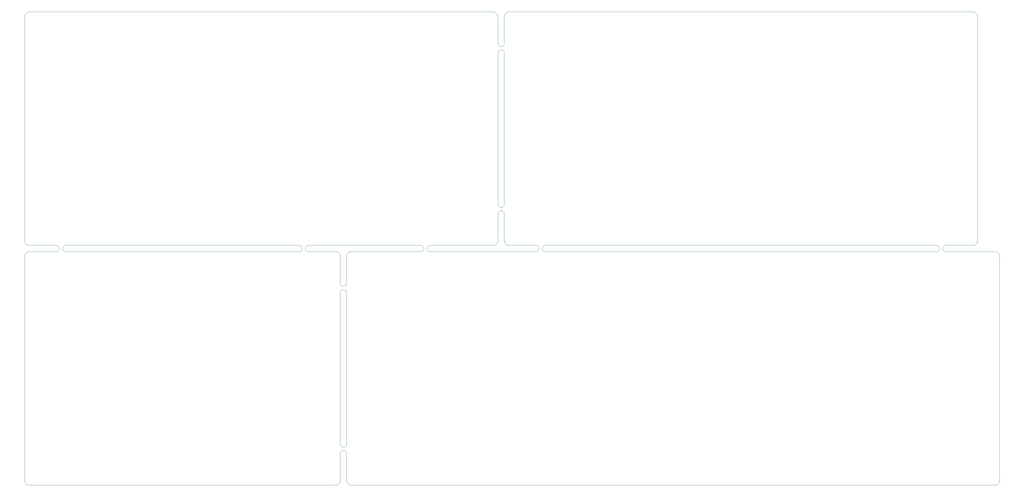
<source format=gbr>
G75*
G70*
%OFA0B0*%
%FSLAX24Y24*%
%IPPOS*%
%LPD*%
%AMOC8*
5,1,8,0,0,1.08239X$1,22.5*
%
%ADD10C,0.0039*%
D10*
X000890Y001937D02*
X039079Y001937D01*
X039125Y001939D01*
X039171Y001944D01*
X039217Y001953D01*
X039262Y001966D01*
X039305Y001982D01*
X039347Y002001D01*
X039388Y002024D01*
X039426Y002050D01*
X039463Y002079D01*
X039497Y002110D01*
X039528Y002144D01*
X039557Y002181D01*
X039583Y002219D01*
X039606Y002260D01*
X039625Y002302D01*
X039641Y002345D01*
X039654Y002390D01*
X039663Y002436D01*
X039668Y002482D01*
X039670Y002528D01*
X039670Y005874D01*
X040063Y006268D02*
X040102Y006266D01*
X040140Y006260D01*
X040177Y006251D01*
X040214Y006238D01*
X040249Y006221D01*
X040282Y006202D01*
X040313Y006179D01*
X040342Y006153D01*
X040368Y006124D01*
X040391Y006093D01*
X040410Y006060D01*
X040427Y006025D01*
X040440Y005988D01*
X040449Y005951D01*
X040455Y005913D01*
X040457Y005874D01*
X040457Y002528D01*
X040459Y002482D01*
X040464Y002436D01*
X040473Y002390D01*
X040486Y002345D01*
X040502Y002302D01*
X040521Y002260D01*
X040544Y002219D01*
X040570Y002181D01*
X040599Y002144D01*
X040630Y002110D01*
X040664Y002079D01*
X040701Y002050D01*
X040739Y002024D01*
X040780Y002001D01*
X040822Y001982D01*
X040865Y001966D01*
X040910Y001953D01*
X040956Y001944D01*
X041002Y001939D01*
X041048Y001937D01*
X121363Y001937D01*
X121409Y001939D01*
X121455Y001944D01*
X121501Y001953D01*
X121546Y001966D01*
X121589Y001982D01*
X121631Y002001D01*
X121672Y002024D01*
X121710Y002050D01*
X121747Y002079D01*
X121781Y002110D01*
X121812Y002144D01*
X121841Y002181D01*
X121867Y002219D01*
X121890Y002260D01*
X121909Y002302D01*
X121925Y002345D01*
X121938Y002390D01*
X121947Y002436D01*
X121952Y002482D01*
X121954Y002528D01*
X121953Y002528D02*
X121953Y030481D01*
X121954Y030481D02*
X121952Y030527D01*
X121947Y030573D01*
X121938Y030619D01*
X121925Y030664D01*
X121909Y030707D01*
X121890Y030749D01*
X121867Y030790D01*
X121841Y030828D01*
X121812Y030865D01*
X121781Y030899D01*
X121747Y030930D01*
X121710Y030959D01*
X121672Y030985D01*
X121631Y031008D01*
X121589Y031027D01*
X121546Y031043D01*
X121501Y031056D01*
X121455Y031065D01*
X121409Y031070D01*
X121363Y031072D01*
X121363Y031071D02*
X115260Y031071D01*
X114866Y031465D02*
X114868Y031504D01*
X114874Y031542D01*
X114883Y031579D01*
X114896Y031616D01*
X114913Y031651D01*
X114932Y031684D01*
X114955Y031715D01*
X114981Y031744D01*
X115010Y031770D01*
X115041Y031793D01*
X115074Y031812D01*
X115109Y031829D01*
X115146Y031842D01*
X115183Y031851D01*
X115221Y031857D01*
X115260Y031859D01*
X118607Y031859D01*
X118607Y031858D02*
X118653Y031860D01*
X118699Y031865D01*
X118745Y031874D01*
X118790Y031887D01*
X118833Y031903D01*
X118875Y031922D01*
X118916Y031945D01*
X118954Y031971D01*
X118991Y032000D01*
X119025Y032031D01*
X119056Y032065D01*
X119085Y032102D01*
X119111Y032140D01*
X119134Y032181D01*
X119153Y032223D01*
X119169Y032266D01*
X119182Y032311D01*
X119191Y032357D01*
X119196Y032403D01*
X119198Y032449D01*
X119197Y032449D02*
X119197Y060402D01*
X119198Y060402D02*
X119196Y060448D01*
X119191Y060494D01*
X119182Y060540D01*
X119169Y060585D01*
X119153Y060628D01*
X119134Y060670D01*
X119111Y060711D01*
X119085Y060749D01*
X119056Y060786D01*
X119025Y060820D01*
X118991Y060851D01*
X118954Y060880D01*
X118916Y060906D01*
X118875Y060929D01*
X118833Y060948D01*
X118790Y060964D01*
X118745Y060977D01*
X118699Y060986D01*
X118653Y060991D01*
X118607Y060993D01*
X118607Y060992D02*
X060733Y060992D01*
X060733Y060993D02*
X060687Y060991D01*
X060641Y060986D01*
X060595Y060977D01*
X060550Y060964D01*
X060507Y060948D01*
X060465Y060929D01*
X060424Y060906D01*
X060386Y060880D01*
X060349Y060851D01*
X060315Y060820D01*
X060284Y060786D01*
X060255Y060749D01*
X060229Y060711D01*
X060206Y060670D01*
X060187Y060628D01*
X060171Y060585D01*
X060158Y060540D01*
X060149Y060494D01*
X060144Y060448D01*
X060142Y060402D01*
X060142Y057055D01*
X059748Y056661D02*
X059709Y056663D01*
X059671Y056669D01*
X059634Y056678D01*
X059597Y056691D01*
X059562Y056708D01*
X059529Y056727D01*
X059498Y056750D01*
X059469Y056776D01*
X059443Y056805D01*
X059420Y056836D01*
X059401Y056869D01*
X059384Y056904D01*
X059371Y056941D01*
X059362Y056978D01*
X059356Y057016D01*
X059354Y057055D01*
X059355Y057055D02*
X059355Y060402D01*
X059353Y060448D01*
X059348Y060494D01*
X059339Y060540D01*
X059326Y060585D01*
X059310Y060628D01*
X059291Y060670D01*
X059268Y060711D01*
X059242Y060749D01*
X059213Y060786D01*
X059182Y060820D01*
X059148Y060851D01*
X059111Y060880D01*
X059073Y060906D01*
X059032Y060929D01*
X058990Y060948D01*
X058947Y060964D01*
X058902Y060977D01*
X058856Y060986D01*
X058810Y060991D01*
X058764Y060993D01*
X058764Y060992D02*
X000890Y060992D01*
X000890Y060993D02*
X000844Y060991D01*
X000798Y060986D01*
X000752Y060977D01*
X000707Y060964D01*
X000664Y060948D01*
X000622Y060929D01*
X000581Y060906D01*
X000543Y060880D01*
X000506Y060851D01*
X000472Y060820D01*
X000441Y060786D01*
X000412Y060749D01*
X000386Y060711D01*
X000363Y060670D01*
X000344Y060628D01*
X000328Y060585D01*
X000315Y060540D01*
X000306Y060494D01*
X000301Y060448D01*
X000299Y060402D01*
X000300Y060402D02*
X000300Y032449D01*
X000299Y032449D02*
X000301Y032403D01*
X000306Y032357D01*
X000315Y032311D01*
X000328Y032266D01*
X000344Y032223D01*
X000363Y032181D01*
X000386Y032140D01*
X000412Y032102D01*
X000441Y032065D01*
X000472Y032031D01*
X000506Y032000D01*
X000543Y031971D01*
X000581Y031945D01*
X000622Y031922D01*
X000664Y031903D01*
X000707Y031887D01*
X000752Y031874D01*
X000798Y031865D01*
X000844Y031860D01*
X000890Y031858D01*
X000890Y031859D02*
X004237Y031859D01*
X004631Y031465D02*
X004629Y031426D01*
X004623Y031388D01*
X004614Y031351D01*
X004601Y031314D01*
X004584Y031279D01*
X004565Y031246D01*
X004542Y031215D01*
X004516Y031186D01*
X004487Y031160D01*
X004456Y031137D01*
X004423Y031118D01*
X004388Y031101D01*
X004351Y031088D01*
X004314Y031079D01*
X004276Y031073D01*
X004237Y031071D01*
X000890Y031071D01*
X000890Y031072D02*
X000844Y031070D01*
X000798Y031065D01*
X000752Y031056D01*
X000707Y031043D01*
X000664Y031027D01*
X000622Y031008D01*
X000581Y030985D01*
X000543Y030959D01*
X000506Y030930D01*
X000472Y030899D01*
X000441Y030865D01*
X000412Y030828D01*
X000386Y030790D01*
X000363Y030749D01*
X000344Y030707D01*
X000328Y030664D01*
X000315Y030619D01*
X000306Y030573D01*
X000301Y030527D01*
X000299Y030481D01*
X000300Y030481D02*
X000300Y002528D01*
X000299Y002528D02*
X000301Y002482D01*
X000306Y002436D01*
X000315Y002390D01*
X000328Y002345D01*
X000344Y002302D01*
X000363Y002260D01*
X000386Y002219D01*
X000412Y002181D01*
X000441Y002144D01*
X000472Y002110D01*
X000506Y002079D01*
X000543Y002050D01*
X000581Y002024D01*
X000622Y002001D01*
X000664Y001982D01*
X000707Y001966D01*
X000752Y001953D01*
X000798Y001944D01*
X000844Y001939D01*
X000890Y001937D01*
X039670Y007055D02*
X039670Y025953D01*
X040063Y026347D02*
X040102Y026345D01*
X040140Y026339D01*
X040177Y026330D01*
X040214Y026317D01*
X040249Y026300D01*
X040282Y026281D01*
X040313Y026258D01*
X040342Y026232D01*
X040368Y026203D01*
X040391Y026172D01*
X040410Y026139D01*
X040427Y026104D01*
X040440Y026067D01*
X040449Y026030D01*
X040455Y025992D01*
X040457Y025953D01*
X040457Y007055D01*
X040063Y006661D02*
X040024Y006663D01*
X039986Y006669D01*
X039949Y006678D01*
X039912Y006691D01*
X039877Y006708D01*
X039844Y006727D01*
X039813Y006750D01*
X039784Y006776D01*
X039758Y006805D01*
X039735Y006836D01*
X039716Y006869D01*
X039699Y006904D01*
X039686Y006941D01*
X039677Y006978D01*
X039671Y007016D01*
X039669Y007055D01*
X040063Y006661D02*
X040102Y006663D01*
X040140Y006669D01*
X040177Y006678D01*
X040214Y006691D01*
X040249Y006708D01*
X040282Y006727D01*
X040313Y006750D01*
X040342Y006776D01*
X040368Y006805D01*
X040391Y006836D01*
X040410Y006869D01*
X040427Y006904D01*
X040440Y006941D01*
X040449Y006978D01*
X040455Y007016D01*
X040457Y007055D01*
X040063Y006268D02*
X040024Y006266D01*
X039986Y006260D01*
X039949Y006251D01*
X039912Y006238D01*
X039877Y006221D01*
X039844Y006202D01*
X039813Y006179D01*
X039784Y006153D01*
X039758Y006124D01*
X039735Y006093D01*
X039716Y006060D01*
X039699Y006025D01*
X039686Y005988D01*
X039677Y005951D01*
X039671Y005913D01*
X039669Y005874D01*
X039669Y025953D02*
X039671Y025992D01*
X039677Y026030D01*
X039686Y026067D01*
X039699Y026104D01*
X039716Y026139D01*
X039735Y026172D01*
X039758Y026203D01*
X039784Y026232D01*
X039813Y026258D01*
X039844Y026281D01*
X039877Y026300D01*
X039912Y026317D01*
X039949Y026330D01*
X039986Y026339D01*
X040024Y026345D01*
X040063Y026347D01*
X040063Y026740D02*
X040024Y026742D01*
X039986Y026748D01*
X039949Y026757D01*
X039912Y026770D01*
X039877Y026787D01*
X039844Y026806D01*
X039813Y026829D01*
X039784Y026855D01*
X039758Y026884D01*
X039735Y026915D01*
X039716Y026948D01*
X039699Y026983D01*
X039686Y027020D01*
X039677Y027057D01*
X039671Y027095D01*
X039669Y027134D01*
X039670Y027134D02*
X039670Y030481D01*
X039668Y030527D01*
X039663Y030573D01*
X039654Y030619D01*
X039641Y030664D01*
X039625Y030707D01*
X039606Y030749D01*
X039583Y030790D01*
X039557Y030828D01*
X039528Y030865D01*
X039497Y030899D01*
X039463Y030930D01*
X039426Y030959D01*
X039388Y030985D01*
X039347Y031008D01*
X039305Y031027D01*
X039262Y031043D01*
X039217Y031056D01*
X039171Y031065D01*
X039125Y031070D01*
X039079Y031072D01*
X039079Y031071D02*
X035733Y031071D01*
X035339Y031465D02*
X035341Y031504D01*
X035347Y031542D01*
X035356Y031579D01*
X035369Y031616D01*
X035386Y031651D01*
X035405Y031684D01*
X035428Y031715D01*
X035454Y031744D01*
X035483Y031770D01*
X035514Y031793D01*
X035547Y031812D01*
X035582Y031829D01*
X035619Y031842D01*
X035656Y031851D01*
X035694Y031857D01*
X035733Y031859D01*
X049709Y031859D01*
X050103Y031465D02*
X050101Y031426D01*
X050095Y031388D01*
X050086Y031351D01*
X050073Y031314D01*
X050056Y031279D01*
X050037Y031246D01*
X050014Y031215D01*
X049988Y031186D01*
X049959Y031160D01*
X049928Y031137D01*
X049895Y031118D01*
X049860Y031101D01*
X049823Y031088D01*
X049786Y031079D01*
X049748Y031073D01*
X049709Y031071D01*
X041048Y031071D01*
X041048Y031072D02*
X041002Y031070D01*
X040956Y031065D01*
X040910Y031056D01*
X040865Y031043D01*
X040822Y031027D01*
X040780Y031008D01*
X040739Y030985D01*
X040701Y030959D01*
X040664Y030930D01*
X040630Y030899D01*
X040599Y030865D01*
X040570Y030828D01*
X040544Y030790D01*
X040521Y030749D01*
X040502Y030707D01*
X040486Y030664D01*
X040473Y030619D01*
X040464Y030573D01*
X040459Y030527D01*
X040457Y030481D01*
X040457Y027134D01*
X040455Y027095D01*
X040449Y027057D01*
X040440Y027020D01*
X040427Y026983D01*
X040410Y026948D01*
X040391Y026915D01*
X040368Y026884D01*
X040342Y026855D01*
X040313Y026829D01*
X040282Y026806D01*
X040249Y026787D01*
X040214Y026770D01*
X040177Y026757D01*
X040140Y026748D01*
X040102Y026742D01*
X040063Y026740D01*
X034552Y031071D02*
X005418Y031071D01*
X005024Y031465D02*
X005026Y031504D01*
X005032Y031542D01*
X005041Y031579D01*
X005054Y031616D01*
X005071Y031651D01*
X005090Y031684D01*
X005113Y031715D01*
X005139Y031744D01*
X005168Y031770D01*
X005199Y031793D01*
X005232Y031812D01*
X005267Y031829D01*
X005304Y031842D01*
X005341Y031851D01*
X005379Y031857D01*
X005418Y031859D01*
X034552Y031859D01*
X034946Y031465D02*
X034944Y031426D01*
X034938Y031388D01*
X034929Y031351D01*
X034916Y031314D01*
X034899Y031279D01*
X034880Y031246D01*
X034857Y031215D01*
X034831Y031186D01*
X034802Y031160D01*
X034771Y031137D01*
X034738Y031118D01*
X034703Y031101D01*
X034666Y031088D01*
X034629Y031079D01*
X034591Y031073D01*
X034552Y031071D01*
X034946Y031465D02*
X034944Y031504D01*
X034938Y031542D01*
X034929Y031579D01*
X034916Y031616D01*
X034899Y031651D01*
X034880Y031684D01*
X034857Y031715D01*
X034831Y031744D01*
X034802Y031770D01*
X034771Y031793D01*
X034738Y031812D01*
X034703Y031829D01*
X034666Y031842D01*
X034629Y031851D01*
X034591Y031857D01*
X034552Y031859D01*
X035339Y031465D02*
X035341Y031426D01*
X035347Y031388D01*
X035356Y031351D01*
X035369Y031314D01*
X035386Y031279D01*
X035405Y031246D01*
X035428Y031215D01*
X035454Y031186D01*
X035483Y031160D01*
X035514Y031137D01*
X035547Y031118D01*
X035582Y031101D01*
X035619Y031088D01*
X035656Y031079D01*
X035694Y031073D01*
X035733Y031071D01*
X049709Y031859D02*
X049748Y031857D01*
X049786Y031851D01*
X049823Y031842D01*
X049860Y031829D01*
X049895Y031812D01*
X049928Y031793D01*
X049959Y031770D01*
X049988Y031744D01*
X050014Y031715D01*
X050037Y031684D01*
X050056Y031651D01*
X050073Y031616D01*
X050086Y031579D01*
X050095Y031542D01*
X050101Y031504D01*
X050103Y031465D01*
X050496Y031465D02*
X050498Y031504D01*
X050504Y031542D01*
X050513Y031579D01*
X050526Y031616D01*
X050543Y031651D01*
X050562Y031684D01*
X050585Y031715D01*
X050611Y031744D01*
X050640Y031770D01*
X050671Y031793D01*
X050704Y031812D01*
X050739Y031829D01*
X050776Y031842D01*
X050813Y031851D01*
X050851Y031857D01*
X050890Y031859D01*
X058764Y031859D01*
X058764Y031858D02*
X058810Y031860D01*
X058856Y031865D01*
X058902Y031874D01*
X058947Y031887D01*
X058990Y031903D01*
X059032Y031922D01*
X059073Y031945D01*
X059111Y031971D01*
X059148Y032000D01*
X059182Y032031D01*
X059213Y032065D01*
X059242Y032102D01*
X059268Y032140D01*
X059291Y032181D01*
X059310Y032223D01*
X059326Y032266D01*
X059339Y032311D01*
X059348Y032357D01*
X059353Y032403D01*
X059355Y032449D01*
X059355Y035796D01*
X059748Y036190D02*
X059787Y036188D01*
X059825Y036182D01*
X059862Y036173D01*
X059899Y036160D01*
X059934Y036143D01*
X059967Y036124D01*
X059998Y036101D01*
X060027Y036075D01*
X060053Y036046D01*
X060076Y036015D01*
X060095Y035982D01*
X060112Y035947D01*
X060125Y035910D01*
X060134Y035873D01*
X060140Y035835D01*
X060142Y035796D01*
X060142Y032449D01*
X060144Y032403D01*
X060149Y032357D01*
X060158Y032311D01*
X060171Y032266D01*
X060187Y032223D01*
X060206Y032181D01*
X060229Y032140D01*
X060255Y032102D01*
X060284Y032065D01*
X060315Y032031D01*
X060349Y032000D01*
X060386Y031971D01*
X060424Y031945D01*
X060465Y031922D01*
X060507Y031903D01*
X060550Y031887D01*
X060595Y031874D01*
X060641Y031865D01*
X060687Y031860D01*
X060733Y031858D01*
X060733Y031859D02*
X064079Y031859D01*
X064473Y031465D02*
X064471Y031426D01*
X064465Y031388D01*
X064456Y031351D01*
X064443Y031314D01*
X064426Y031279D01*
X064407Y031246D01*
X064384Y031215D01*
X064358Y031186D01*
X064329Y031160D01*
X064298Y031137D01*
X064265Y031118D01*
X064230Y031101D01*
X064193Y031088D01*
X064156Y031079D01*
X064118Y031073D01*
X064079Y031071D01*
X050890Y031071D01*
X050851Y031073D01*
X050813Y031079D01*
X050776Y031088D01*
X050739Y031101D01*
X050704Y031118D01*
X050671Y031137D01*
X050640Y031160D01*
X050611Y031186D01*
X050585Y031215D01*
X050562Y031246D01*
X050543Y031279D01*
X050526Y031314D01*
X050513Y031351D01*
X050504Y031388D01*
X050498Y031426D01*
X050496Y031465D01*
X059354Y035796D02*
X059356Y035835D01*
X059362Y035873D01*
X059371Y035910D01*
X059384Y035947D01*
X059401Y035982D01*
X059420Y036015D01*
X059443Y036046D01*
X059469Y036075D01*
X059498Y036101D01*
X059529Y036124D01*
X059562Y036143D01*
X059597Y036160D01*
X059634Y036173D01*
X059671Y036182D01*
X059709Y036188D01*
X059748Y036190D01*
X059748Y036583D02*
X059709Y036585D01*
X059671Y036591D01*
X059634Y036600D01*
X059597Y036613D01*
X059562Y036630D01*
X059529Y036649D01*
X059498Y036672D01*
X059469Y036698D01*
X059443Y036727D01*
X059420Y036758D01*
X059401Y036791D01*
X059384Y036826D01*
X059371Y036863D01*
X059362Y036900D01*
X059356Y036938D01*
X059354Y036977D01*
X059355Y036977D02*
X059355Y055874D01*
X059748Y056268D02*
X059787Y056266D01*
X059825Y056260D01*
X059862Y056251D01*
X059899Y056238D01*
X059934Y056221D01*
X059967Y056202D01*
X059998Y056179D01*
X060027Y056153D01*
X060053Y056124D01*
X060076Y056093D01*
X060095Y056060D01*
X060112Y056025D01*
X060125Y055988D01*
X060134Y055951D01*
X060140Y055913D01*
X060142Y055874D01*
X060142Y036977D01*
X060140Y036938D01*
X060134Y036900D01*
X060125Y036863D01*
X060112Y036826D01*
X060095Y036791D01*
X060076Y036758D01*
X060053Y036727D01*
X060027Y036698D01*
X059998Y036672D01*
X059967Y036649D01*
X059934Y036630D01*
X059899Y036613D01*
X059862Y036600D01*
X059825Y036591D01*
X059787Y036585D01*
X059748Y036583D01*
X064079Y031859D02*
X064118Y031857D01*
X064156Y031851D01*
X064193Y031842D01*
X064230Y031829D01*
X064265Y031812D01*
X064298Y031793D01*
X064329Y031770D01*
X064358Y031744D01*
X064384Y031715D01*
X064407Y031684D01*
X064426Y031651D01*
X064443Y031616D01*
X064456Y031579D01*
X064465Y031542D01*
X064471Y031504D01*
X064473Y031465D01*
X064866Y031465D02*
X064868Y031504D01*
X064874Y031542D01*
X064883Y031579D01*
X064896Y031616D01*
X064913Y031651D01*
X064932Y031684D01*
X064955Y031715D01*
X064981Y031744D01*
X065010Y031770D01*
X065041Y031793D01*
X065074Y031812D01*
X065109Y031829D01*
X065146Y031842D01*
X065183Y031851D01*
X065221Y031857D01*
X065260Y031859D01*
X114079Y031859D01*
X114473Y031465D02*
X114471Y031426D01*
X114465Y031388D01*
X114456Y031351D01*
X114443Y031314D01*
X114426Y031279D01*
X114407Y031246D01*
X114384Y031215D01*
X114358Y031186D01*
X114329Y031160D01*
X114298Y031137D01*
X114265Y031118D01*
X114230Y031101D01*
X114193Y031088D01*
X114156Y031079D01*
X114118Y031073D01*
X114079Y031071D01*
X065260Y031071D01*
X065221Y031073D01*
X065183Y031079D01*
X065146Y031088D01*
X065109Y031101D01*
X065074Y031118D01*
X065041Y031137D01*
X065010Y031160D01*
X064981Y031186D01*
X064955Y031215D01*
X064932Y031246D01*
X064913Y031279D01*
X064896Y031314D01*
X064883Y031351D01*
X064874Y031388D01*
X064868Y031426D01*
X064866Y031465D01*
X114079Y031859D02*
X114118Y031857D01*
X114156Y031851D01*
X114193Y031842D01*
X114230Y031829D01*
X114265Y031812D01*
X114298Y031793D01*
X114329Y031770D01*
X114358Y031744D01*
X114384Y031715D01*
X114407Y031684D01*
X114426Y031651D01*
X114443Y031616D01*
X114456Y031579D01*
X114465Y031542D01*
X114471Y031504D01*
X114473Y031465D01*
X114866Y031465D02*
X114868Y031426D01*
X114874Y031388D01*
X114883Y031351D01*
X114896Y031314D01*
X114913Y031279D01*
X114932Y031246D01*
X114955Y031215D01*
X114981Y031186D01*
X115010Y031160D01*
X115041Y031137D01*
X115074Y031118D01*
X115109Y031101D01*
X115146Y031088D01*
X115183Y031079D01*
X115221Y031073D01*
X115260Y031071D01*
X059748Y056268D02*
X059709Y056266D01*
X059671Y056260D01*
X059634Y056251D01*
X059597Y056238D01*
X059562Y056221D01*
X059529Y056202D01*
X059498Y056179D01*
X059469Y056153D01*
X059443Y056124D01*
X059420Y056093D01*
X059401Y056060D01*
X059384Y056025D01*
X059371Y055988D01*
X059362Y055951D01*
X059356Y055913D01*
X059354Y055874D01*
X059748Y056661D02*
X059787Y056663D01*
X059825Y056669D01*
X059862Y056678D01*
X059899Y056691D01*
X059934Y056708D01*
X059967Y056727D01*
X059998Y056750D01*
X060027Y056776D01*
X060053Y056805D01*
X060076Y056836D01*
X060095Y056869D01*
X060112Y056904D01*
X060125Y056941D01*
X060134Y056978D01*
X060140Y057016D01*
X060142Y057055D01*
X005418Y031071D02*
X005379Y031073D01*
X005341Y031079D01*
X005304Y031088D01*
X005267Y031101D01*
X005232Y031118D01*
X005199Y031137D01*
X005168Y031160D01*
X005139Y031186D01*
X005113Y031215D01*
X005090Y031246D01*
X005071Y031279D01*
X005054Y031314D01*
X005041Y031351D01*
X005032Y031388D01*
X005026Y031426D01*
X005024Y031465D01*
X004631Y031465D02*
X004629Y031504D01*
X004623Y031542D01*
X004614Y031579D01*
X004601Y031616D01*
X004584Y031651D01*
X004565Y031684D01*
X004542Y031715D01*
X004516Y031744D01*
X004487Y031770D01*
X004456Y031793D01*
X004423Y031812D01*
X004388Y031829D01*
X004351Y031842D01*
X004314Y031851D01*
X004276Y031857D01*
X004237Y031859D01*
M02*

</source>
